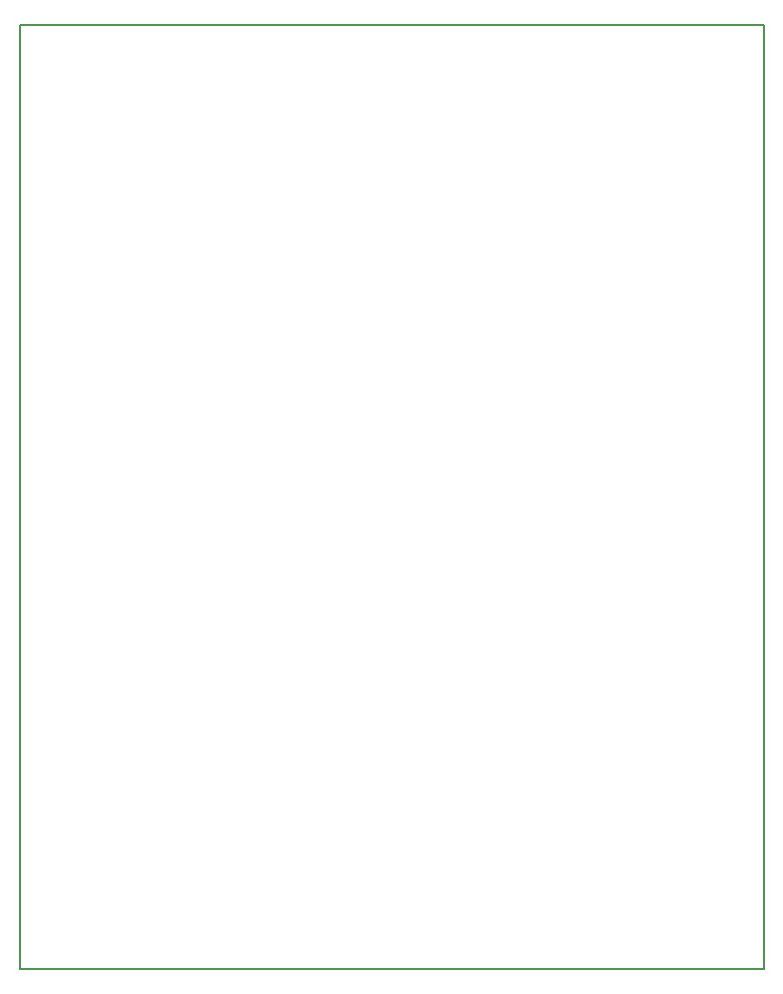
<source format=gbr>
G04 #@! TF.FileFunction,Profile,NP*
%FSLAX46Y46*%
G04 Gerber Fmt 4.6, Leading zero omitted, Abs format (unit mm)*
G04 Created by KiCad (PCBNEW 4.0.7) date 03/16/19 17:50:55*
%MOMM*%
%LPD*%
G01*
G04 APERTURE LIST*
%ADD10C,0.100000*%
%ADD11C,0.150000*%
G04 APERTURE END LIST*
D10*
D11*
X179500000Y-53250000D02*
X179500000Y-133250000D01*
X116500000Y-133250000D02*
X116500000Y-53250000D01*
X179500000Y-133250000D02*
X116500000Y-133250000D01*
X116500000Y-53250000D02*
X179500000Y-53250000D01*
M02*

</source>
